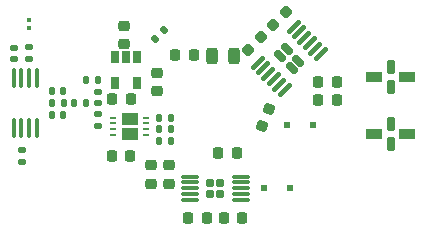
<source format=gtp>
%TF.GenerationSoftware,KiCad,Pcbnew,7.0.2*%
%TF.CreationDate,2023-05-30T15:48:39+02:00*%
%TF.ProjectId,oip_opa818,6f69705f-6f70-4613-9831-382e6b696361,rev?*%
%TF.SameCoordinates,Original*%
%TF.FileFunction,Paste,Top*%
%TF.FilePolarity,Positive*%
%FSLAX46Y46*%
G04 Gerber Fmt 4.6, Leading zero omitted, Abs format (unit mm)*
G04 Created by KiCad (PCBNEW 7.0.2) date 2023-05-30 15:48:39*
%MOMM*%
%LPD*%
G01*
G04 APERTURE LIST*
G04 Aperture macros list*
%AMRoundRect*
0 Rectangle with rounded corners*
0 $1 Rounding radius*
0 $2 $3 $4 $5 $6 $7 $8 $9 X,Y pos of 4 corners*
0 Add a 4 corners polygon primitive as box body*
4,1,4,$2,$3,$4,$5,$6,$7,$8,$9,$2,$3,0*
0 Add four circle primitives for the rounded corners*
1,1,$1+$1,$2,$3*
1,1,$1+$1,$4,$5*
1,1,$1+$1,$6,$7*
1,1,$1+$1,$8,$9*
0 Add four rect primitives between the rounded corners*
20,1,$1+$1,$2,$3,$4,$5,0*
20,1,$1+$1,$4,$5,$6,$7,0*
20,1,$1+$1,$6,$7,$8,$9,0*
20,1,$1+$1,$8,$9,$2,$3,0*%
G04 Aperture macros list end*
%ADD10RoundRect,0.135000X-0.185000X0.135000X-0.185000X-0.135000X0.185000X-0.135000X0.185000X0.135000X0*%
%ADD11RoundRect,0.079500X-0.100500X0.079500X-0.100500X-0.079500X0.100500X-0.079500X0.100500X0.079500X0*%
%ADD12RoundRect,0.100000X0.100000X-0.712500X0.100000X0.712500X-0.100000X0.712500X-0.100000X-0.712500X0*%
%ADD13RoundRect,0.135000X-0.035355X0.226274X-0.226274X0.035355X0.035355X-0.226274X0.226274X-0.035355X0*%
%ADD14RoundRect,0.135000X0.185000X-0.135000X0.185000X0.135000X-0.185000X0.135000X-0.185000X-0.135000X0*%
%ADD15RoundRect,0.140000X-0.170000X0.140000X-0.170000X-0.140000X0.170000X-0.140000X0.170000X0.140000X0*%
%ADD16RoundRect,0.170000X0.170000X0.210000X-0.170000X0.210000X-0.170000X-0.210000X0.170000X-0.210000X0*%
%ADD17RoundRect,0.075000X0.650000X0.075000X-0.650000X0.075000X-0.650000X-0.075000X0.650000X-0.075000X0*%
%ADD18RoundRect,0.167500X0.169706X-0.406586X0.406586X-0.169706X-0.169706X0.406586X-0.406586X0.169706X0*%
%ADD19RoundRect,0.100000X-0.371231X-0.512652X0.512652X0.371231X0.371231X0.512652X-0.512652X-0.371231X0*%
%ADD20RoundRect,0.218750X0.218750X0.256250X-0.218750X0.256250X-0.218750X-0.256250X0.218750X-0.256250X0*%
%ADD21RoundRect,0.218750X0.256250X-0.218750X0.256250X0.218750X-0.256250X0.218750X-0.256250X-0.218750X0*%
%ADD22RoundRect,0.218750X-0.218750X-0.256250X0.218750X-0.256250X0.218750X0.256250X-0.218750X0.256250X0*%
%ADD23RoundRect,0.218750X0.165979X-0.293200X0.315613X0.117915X-0.165979X0.293200X-0.315613X-0.117915X0*%
%ADD24RoundRect,0.218750X0.026517X-0.335876X0.335876X-0.026517X-0.026517X0.335876X-0.335876X0.026517X0*%
%ADD25R,0.500000X0.500000*%
%ADD26RoundRect,0.243750X0.243750X0.456250X-0.243750X0.456250X-0.243750X-0.456250X0.243750X-0.456250X0*%
%ADD27RoundRect,0.218750X-0.026517X0.335876X-0.335876X0.026517X0.026517X-0.335876X0.335876X-0.026517X0*%
%ADD28RoundRect,0.147500X-0.147500X-0.172500X0.147500X-0.172500X0.147500X0.172500X-0.147500X0.172500X0*%
%ADD29R,1.470000X1.070000*%
%ADD30R,0.600000X0.250000*%
%ADD31RoundRect,0.218750X-0.256250X0.218750X-0.256250X-0.218750X0.256250X-0.218750X0.256250X0.218750X0*%
%ADD32RoundRect,0.225000X0.250000X-0.225000X0.250000X0.225000X-0.250000X0.225000X-0.250000X-0.225000X0*%
%ADD33R,0.650000X1.060000*%
%ADD34RoundRect,0.225000X-0.225000X-0.250000X0.225000X-0.250000X0.225000X0.250000X-0.225000X0.250000X0*%
%ADD35RoundRect,0.135000X0.135000X0.185000X-0.135000X0.185000X-0.135000X-0.185000X0.135000X-0.185000X0*%
%ADD36RoundRect,0.135000X-0.135000X-0.185000X0.135000X-0.185000X0.135000X0.185000X-0.135000X0.185000X0*%
%ADD37RoundRect,0.040000X0.660000X0.360000X-0.660000X0.360000X-0.660000X-0.360000X0.660000X-0.360000X0*%
%ADD38RoundRect,0.030000X0.270000X0.520000X-0.270000X0.520000X-0.270000X-0.520000X0.270000X-0.520000X0*%
%ADD39RoundRect,0.140000X0.140000X0.170000X-0.140000X0.170000X-0.140000X-0.170000X0.140000X-0.170000X0*%
%ADD40RoundRect,0.040000X-0.660000X-0.360000X0.660000X-0.360000X0.660000X0.360000X-0.660000X0.360000X0*%
%ADD41RoundRect,0.030000X-0.270000X-0.520000X0.270000X-0.520000X0.270000X0.520000X-0.270000X0.520000X0*%
G04 APERTURE END LIST*
D10*
X134010400Y-95044800D03*
X134010400Y-96064800D03*
D11*
X134010400Y-93410600D03*
X134010400Y-92720600D03*
D12*
X132679800Y-101883700D03*
X133329800Y-101883700D03*
X133979800Y-101883700D03*
X134629800Y-101883700D03*
X134629800Y-97658700D03*
X133979800Y-97658700D03*
X133329800Y-97658700D03*
X132679800Y-97658700D03*
D13*
X145403777Y-93596223D03*
X144682529Y-94317471D03*
D14*
X133350000Y-104751600D03*
X133350000Y-103731600D03*
D15*
X132689600Y-95074800D03*
X132689600Y-96034800D03*
D16*
X150170000Y-107470000D03*
X150170000Y-106530000D03*
X149330000Y-107470000D03*
X149330000Y-106530000D03*
D17*
X151900000Y-108000000D03*
X151900000Y-107500000D03*
X151900000Y-107000000D03*
X151900000Y-106500000D03*
X151900000Y-106000000D03*
X147600000Y-106000000D03*
X147600000Y-106500000D03*
X147600000Y-107000000D03*
X147600000Y-107500000D03*
X147600000Y-108000000D03*
D18*
X155208040Y-95787868D03*
X156212132Y-96791960D03*
X155787868Y-95208040D03*
X156791960Y-96212132D03*
D19*
X153330672Y-96371231D03*
X153790291Y-96830850D03*
X154249911Y-97290470D03*
X154709530Y-97750089D03*
X155169150Y-98209709D03*
X155628769Y-98669328D03*
X158669328Y-95628769D03*
X158209709Y-95169150D03*
X157750089Y-94709530D03*
X157290470Y-94249911D03*
X156830850Y-93790291D03*
X156371231Y-93330672D03*
D20*
X152037500Y-109500000D03*
X150462500Y-109500000D03*
X147937500Y-95700000D03*
X146362500Y-95700000D03*
D21*
X144300000Y-106587500D03*
X144300000Y-105012500D03*
D22*
X147462500Y-109500000D03*
X149037500Y-109500000D03*
D20*
X142537500Y-104250000D03*
X140962500Y-104250000D03*
D23*
X153730659Y-101740008D03*
X154269341Y-100259992D03*
D22*
X158462500Y-99500000D03*
X160037500Y-99500000D03*
D24*
X154643153Y-93156847D03*
X155756847Y-92043153D03*
D25*
X157988000Y-101600000D03*
X155788000Y-101600000D03*
D26*
X151337500Y-95800000D03*
X149462500Y-95800000D03*
D21*
X145800000Y-106587500D03*
X145800000Y-105012500D03*
D27*
X153600000Y-94200000D03*
X152486306Y-95313694D03*
D28*
X145015000Y-102000000D03*
X145985000Y-102000000D03*
D22*
X158462500Y-98000000D03*
X160037500Y-98000000D03*
D28*
X145015000Y-103000000D03*
X145985000Y-103000000D03*
X145015000Y-101000000D03*
X145985000Y-101000000D03*
D29*
X142500000Y-102385000D03*
X142500000Y-101115000D03*
D30*
X143900000Y-102500000D03*
X143900000Y-102000000D03*
X143900000Y-101500000D03*
X143900000Y-101000000D03*
X141100000Y-101000000D03*
X141100000Y-101500000D03*
X141100000Y-102000000D03*
X141100000Y-102500000D03*
D31*
X144800000Y-97212500D03*
X144800000Y-98787500D03*
D32*
X142000000Y-94775000D03*
X142000000Y-93225000D03*
D33*
X143150000Y-95900000D03*
X142200000Y-95900000D03*
X141250000Y-95900000D03*
X141250000Y-98100000D03*
X143150000Y-98100000D03*
D34*
X141025000Y-99400000D03*
X142575000Y-99400000D03*
D20*
X151587500Y-104000000D03*
X150012500Y-104000000D03*
D25*
X153840000Y-106934000D03*
X156040000Y-106934000D03*
D35*
X139803600Y-97840800D03*
X138783600Y-97840800D03*
D36*
X137818400Y-99771200D03*
X138838400Y-99771200D03*
D37*
X166017000Y-97536000D03*
D38*
X164592000Y-98386000D03*
X164592000Y-96686000D03*
D37*
X163167000Y-97536000D03*
D39*
X136878000Y-98755200D03*
X135918000Y-98755200D03*
D10*
X139801600Y-100734400D03*
X139801600Y-101754400D03*
D36*
X135888000Y-99771200D03*
X136908000Y-99771200D03*
D15*
X139801600Y-98834000D03*
X139801600Y-99794000D03*
D39*
X136878000Y-100787200D03*
X135918000Y-100787200D03*
D40*
X163167000Y-102362000D03*
D41*
X164592000Y-101512000D03*
X164592000Y-103212000D03*
D40*
X166017000Y-102362000D03*
M02*

</source>
